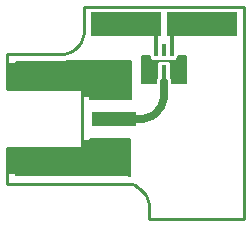
<source format=gtl>
%FSLAX24Y24*%
%MOIN*%
G70*
G01*
G75*
%ADD10C,0.0060*%
%ADD11C,0.0256*%
%ADD12R,0.1496X0.0472*%
%ADD13R,0.2480X0.0866*%
%ADD14R,0.1299X0.1122*%
%ADD15R,0.2362X0.0787*%
%ADD16R,0.0142X0.0394*%
%ADD17C,0.0142*%
%ADD18C,0.0100*%
%ADD19C,0.0260*%
D10*
X396181Y395786D02*
X396287Y395807D01*
X396377Y395867D01*
X396437Y395957D01*
X396458Y396063D01*
X396181Y395786D02*
X396287Y395807D01*
X396377Y395867D01*
X396437Y395957D01*
X396458Y396063D01*
X397795Y395147D02*
X397717Y395156D01*
X397638Y395159D01*
X396458Y398032D02*
X396437Y398137D01*
X396377Y398227D01*
X396287Y398287D01*
X396181Y398308D01*
X396458Y398032D02*
X396437Y398137D01*
X396377Y398227D01*
X396287Y398287D01*
X396181Y398308D01*
X395472Y398936D02*
X395568Y398940D01*
X395663Y398953D01*
X395756Y398974D01*
X398698Y398436D02*
X398656Y398356D01*
X398641Y398268D01*
X399193D02*
X399179Y398356D01*
X399136Y398436D01*
X397760Y396378D02*
X397795Y396342D01*
X397717Y396378D02*
X397795Y396300D01*
X397675Y396378D02*
X397795Y396257D01*
X397632Y396378D02*
X397795Y396215D01*
X397590Y396378D02*
X397795Y396172D01*
X397547Y396378D02*
X397795Y396130D01*
X397505Y396378D02*
X397795Y396088D01*
X397463Y396378D02*
X397795Y396045D01*
X396458Y396378D02*
X397795D01*
X397420D02*
X397795Y396003D01*
X397378Y396378D02*
X397795Y395960D01*
X397335Y396378D02*
X397795Y395918D01*
X397293Y396378D02*
X397795Y395876D01*
X397250Y396378D02*
X397795Y395833D01*
X397208Y396378D02*
X397795Y395791D01*
X397166Y396378D02*
X397795Y395748D01*
X397123Y396378D02*
X397795Y395706D01*
X397081Y396378D02*
X397795Y395663D01*
X397038Y396378D02*
X397795Y395621D01*
X396996Y396378D02*
X397795Y395579D01*
X396953Y396378D02*
X397795Y395536D01*
X396911Y396378D02*
X397795Y395494D01*
Y395147D02*
Y396378D01*
X397780Y395149D02*
X397795Y395165D01*
X396869Y396378D02*
X397795Y395451D01*
X396826Y396378D02*
X397795Y395409D01*
X396784Y396378D02*
X397795Y395366D01*
X396741Y396378D02*
X397795Y395324D01*
X396699Y396378D02*
X397795Y395282D01*
X396656Y396378D02*
X397795Y395239D01*
X396614Y396378D02*
X397795Y395197D01*
X396458Y396076D02*
X396760Y396378D01*
X396458Y396119D02*
X396717Y396378D01*
X396458Y396161D02*
X396675Y396378D01*
X396458Y396203D02*
X396632Y396378D01*
X397110Y395159D02*
X397795Y395844D01*
X397153Y395159D02*
X397795Y395801D01*
X396445Y395978D02*
X396845Y396378D01*
X396456Y396032D02*
X396802Y396378D01*
X396458Y396246D02*
X396590Y396378D01*
X396458Y396288D02*
X396548Y396378D01*
X396458Y396331D02*
X396505Y396378D01*
X396458Y396063D02*
Y396378D01*
X396387Y395878D02*
X396887Y396378D01*
X397702Y395157D02*
X397795Y395250D01*
X397742Y395154D02*
X397795Y395207D01*
X397619Y395159D02*
X397795Y395335D01*
X397662Y395158D02*
X397795Y395292D01*
X397577Y395159D02*
X397795Y395377D01*
X397492Y395159D02*
X397795Y395462D01*
X397535Y395159D02*
X397795Y395419D01*
X397407Y395159D02*
X397795Y395547D01*
X397450Y395159D02*
X397795Y395504D01*
X397322Y395159D02*
X397795Y395632D01*
X397365Y395159D02*
X397795Y395589D01*
X397238Y395159D02*
X397795Y395716D01*
X397280Y395159D02*
X397795Y395674D01*
X397195Y395159D02*
X397795Y395759D01*
X396601Y395159D02*
X397795Y396353D01*
X396644Y395159D02*
X397795Y396310D01*
X396559Y395159D02*
X397778Y396378D01*
X396572D02*
X397795Y395154D01*
X396572Y396378D02*
X397795Y395154D01*
X396529Y396378D02*
X397755Y395152D01*
X396516Y395159D02*
X397736Y396378D01*
X396474Y395159D02*
X397693Y396378D01*
X396487D02*
X397708Y395156D01*
X396432Y395159D02*
X397651Y396378D01*
X396389Y395159D02*
X397608Y396378D01*
X396458Y396364D02*
X397664Y395158D01*
X396347Y395159D02*
X397566Y396378D01*
X396304Y395159D02*
X397523Y396378D01*
X396262Y395159D02*
X397481Y396378D01*
X396219Y395159D02*
X397439Y396378D01*
X397025Y395159D02*
X397795Y395929D01*
X397068Y395159D02*
X397795Y395886D01*
X396941Y395159D02*
X397795Y396013D01*
X396983Y395159D02*
X397795Y395971D01*
X396856Y395159D02*
X397795Y396098D01*
X396898Y395159D02*
X397795Y396056D01*
X396771Y395159D02*
X397795Y396183D01*
X396813Y395159D02*
X397795Y396141D01*
X396686Y395159D02*
X397795Y396268D01*
X396728Y395159D02*
X397795Y396226D01*
X396458Y396322D02*
X397621Y395159D01*
X396458Y396279D02*
X397579Y395159D01*
X396458Y396237D02*
X397536Y395159D01*
X396458Y396195D02*
X397494Y395159D01*
X396458Y396152D02*
X397451Y395159D01*
X396458Y396110D02*
X397409Y395159D01*
X396458Y396067D02*
X397366Y395159D01*
X396456Y396027D02*
X397324Y395159D01*
X396449Y395992D02*
X397282Y395159D01*
X396177D02*
X397396Y396378D01*
X396438Y395960D02*
X397239Y395159D01*
X396424Y395931D02*
X397197Y395159D01*
X396408Y395905D02*
X397154Y395159D01*
X396135D02*
X397354Y396378D01*
X396092Y395159D02*
X397311Y396378D01*
X396050Y395159D02*
X397269Y396378D01*
X396007Y395159D02*
X397226Y396378D01*
X395965Y395159D02*
X397184Y396378D01*
X395922Y395159D02*
X397142Y396378D01*
X395880Y395159D02*
X397099Y396378D01*
X396390Y395881D02*
X397112Y395159D01*
X396369Y395859D02*
X397070Y395159D01*
X396346Y395840D02*
X397027Y395159D01*
X396320Y395823D02*
X396985Y395159D01*
X396292Y395809D02*
X396942Y395159D01*
X396261Y395798D02*
X396900Y395159D01*
X396226Y395790D02*
X396857Y395159D01*
X396187Y395786D02*
X396815Y395159D01*
X396145Y395786D02*
X396773Y395159D01*
X396103Y395786D02*
X396730Y395159D01*
X396060Y395786D02*
X396688Y395159D01*
X396018Y395786D02*
X396645Y395159D01*
X395975Y395786D02*
X396603Y395159D01*
X395933Y395786D02*
X396560Y395159D01*
X395891Y395786D02*
X396518Y395159D01*
X395838D02*
X397057Y396378D01*
X395795Y395159D02*
X397014Y396378D01*
X395848Y395786D02*
X396476Y395159D01*
X395806Y395786D02*
X396433Y395159D01*
X395753D02*
X396972Y396378D01*
X395710Y395159D02*
X396929Y396378D01*
X395763Y395786D02*
X396391Y395159D01*
X395721Y395786D02*
X396348Y395159D01*
X395668D02*
X396366Y395857D01*
X395678Y395786D02*
X396306Y395159D01*
X395636Y395786D02*
X396263Y395159D01*
X393978Y395786D02*
X396181D01*
X395625Y395159D02*
X396266Y395800D01*
X395594Y395786D02*
X396221Y395159D01*
X395583D02*
X396212Y395788D01*
X395551Y395786D02*
X396179Y395159D01*
X395541D02*
X396168Y395786D01*
X395498Y395159D02*
X396126Y395786D01*
X395509D02*
X396136Y395159D01*
X395466Y395786D02*
X396094Y395159D01*
X395456D02*
X396083Y395786D01*
X395424D02*
X396051Y395159D01*
X395413D02*
X396041Y395786D01*
X395381D02*
X396009Y395159D01*
X395371D02*
X395998Y395786D01*
X395339D02*
X395966Y395159D01*
X395328D02*
X395956Y395786D01*
X395286Y395159D02*
X395913Y395786D01*
X395297D02*
X395924Y395159D01*
X395254Y395786D02*
X395882Y395159D01*
X395244D02*
X395871Y395786D01*
X395212D02*
X395839Y395159D01*
X395201D02*
X395829Y395786D01*
X395169D02*
X395797Y395159D01*
X395159D02*
X395786Y395786D01*
X395116Y395159D02*
X395744Y395786D01*
X395127D02*
X395754Y395159D01*
X395074D02*
X395701Y395786D01*
X395084D02*
X395712Y395159D01*
X395042Y395786D02*
X395669Y395159D01*
X395031D02*
X395659Y395786D01*
X395000D02*
X395627Y395159D01*
X394989D02*
X395616Y395786D01*
X394957D02*
X395585Y395159D01*
X394947D02*
X395574Y395786D01*
X394904Y395159D02*
X395532Y395786D01*
X393978Y395378D02*
X394386Y395786D01*
X393978Y395420D02*
X394344Y395786D01*
X393978Y395420D02*
X394344Y395786D01*
X393978Y395463D02*
X394301Y395786D01*
X393978Y395208D02*
X394556Y395786D01*
X393978Y395250D02*
X394513Y395786D01*
X393978Y395293D02*
X394471Y395786D01*
X393978Y395335D02*
X394428Y395786D01*
X393978Y395632D02*
X394132Y395786D01*
X393978Y395675D02*
X394089Y395786D01*
X393978Y395717D02*
X394047Y395786D01*
X393978Y395760D02*
X394004Y395786D01*
X393978Y395505D02*
X394259Y395786D01*
X393978Y395547D02*
X394216Y395786D01*
X393978Y395590D02*
X394174Y395786D01*
X394915D02*
X395542Y395159D01*
X394872Y395786D02*
X395500Y395159D01*
X394862D02*
X395489Y395786D01*
X394830D02*
X395457Y395159D01*
X394819D02*
X395447Y395786D01*
X394788D02*
X395415Y395159D01*
X394777D02*
X395404Y395786D01*
X394734Y395159D02*
X395362Y395786D01*
X394745D02*
X395372Y395159D01*
X394692D02*
X395319Y395786D01*
X394703D02*
X395330Y395159D01*
X394660Y395786D02*
X395288Y395159D01*
X394650D02*
X395277Y395786D01*
X394618D02*
X395245Y395159D01*
X394607D02*
X395235Y395786D01*
X394575D02*
X395203Y395159D01*
X394565D02*
X395192Y395786D01*
X394522Y395159D02*
X395150Y395786D01*
X394533D02*
X395160Y395159D01*
X394491Y395786D02*
X395118Y395159D01*
X394480D02*
X395107Y395786D01*
X394448D02*
X395075Y395159D01*
X394437D02*
X395065Y395786D01*
X394406D02*
X395033Y395159D01*
X394395D02*
X395022Y395786D01*
X394363D02*
X394991Y395159D01*
X394353D02*
X394980Y395786D01*
X394310Y395159D02*
X394938Y395786D01*
X394321D02*
X394948Y395159D01*
X393978D02*
X397638D01*
X394278Y395786D02*
X394906Y395159D01*
X394268D02*
X394895Y395786D01*
X394236D02*
X394863Y395159D01*
X394225D02*
X394853Y395786D01*
X394194D02*
X394821Y395159D01*
X394183D02*
X394810Y395786D01*
X394141Y395159D02*
X394768Y395786D01*
X394151D02*
X394779Y395159D01*
X394098D02*
X394725Y395786D01*
X394109D02*
X394736Y395159D01*
X394066Y395786D02*
X394694Y395159D01*
X394056D02*
X394683Y395786D01*
X394024D02*
X394651Y395159D01*
X394013D02*
X394641Y395786D01*
X393981D02*
X394609Y395159D01*
X393978Y395166D02*
X394598Y395786D01*
X393978Y395747D02*
X394566Y395159D01*
X393978Y395705D02*
X394524Y395159D01*
X393978D02*
Y395786D01*
Y395663D02*
X394482Y395159D01*
X393978Y395620D02*
X394439Y395159D01*
X393978Y395578D02*
X394397Y395159D01*
X393978Y395535D02*
X394354Y395159D01*
X393978Y395493D02*
X394312Y395159D01*
X393978Y395451D02*
X394269Y395159D01*
X393978Y395408D02*
X394227Y395159D01*
X393978Y395366D02*
X394185Y395159D01*
X393978Y395323D02*
X394142Y395159D01*
X393978Y395281D02*
X394100Y395159D01*
X393978Y395238D02*
X394057Y395159D01*
X393978Y395196D02*
X394015Y395159D01*
X397794Y398974D02*
X397810Y398958D01*
X397751Y398974D02*
X397810Y398915D01*
X397709Y398974D02*
X397810Y398873D01*
X397666Y398974D02*
X397810Y398831D01*
X397624Y398974D02*
X397810Y398788D01*
X397581Y398974D02*
X397810Y398746D01*
X397539Y398974D02*
X397810Y398703D01*
X397497Y398974D02*
X397810Y398661D01*
X397454Y398974D02*
X397810Y398618D01*
X397412Y398974D02*
X397810Y398576D01*
X397369Y398974D02*
X397810Y398534D01*
X397327Y398974D02*
X397810Y398491D01*
X397285Y398974D02*
X397810Y398449D01*
X397242Y398974D02*
X397810Y398406D01*
X397200Y398974D02*
X397810Y398364D01*
X397157Y398974D02*
X397810Y398321D01*
X397115Y398974D02*
X397810Y398279D01*
X397072Y398974D02*
X397810Y398237D01*
X397030Y398974D02*
X397810Y398194D01*
X396988Y398974D02*
X397810Y398152D01*
X396945Y398974D02*
X397810Y398109D01*
X396903Y398974D02*
X397810Y398067D01*
Y397714D02*
Y398974D01*
X397799Y397714D02*
X397810Y397725D01*
X396860Y398974D02*
X397810Y398024D01*
X396818Y398974D02*
X397810Y397982D01*
X396775Y398974D02*
X397810Y397940D01*
X396733Y398974D02*
X397810Y397897D01*
X396691Y398974D02*
X397810Y397855D01*
X396648Y398974D02*
X397810Y397812D01*
X396606Y398974D02*
X397810Y397770D01*
X396458Y397943D02*
X397489Y398974D01*
X396458Y397985D02*
X397447Y398974D01*
X396458Y398028D02*
X397404Y398974D01*
X396456Y398068D02*
X397362Y398974D01*
X396458Y397773D02*
X397659Y398974D01*
X396458Y397816D02*
X397617Y398974D01*
X396458Y397858D02*
X397574Y398974D01*
X396458Y397900D02*
X397532Y398974D01*
X396389Y398214D02*
X397150Y398974D01*
X396368Y398235D02*
X397108Y398974D01*
X396345Y398254D02*
X397065Y398974D01*
X396320Y398271D02*
X397023Y398974D01*
X396449Y398103D02*
X397320Y398974D01*
X396438Y398135D02*
X397277Y398974D01*
X396424Y398164D02*
X397235Y398974D01*
X396408Y398190D02*
X397192Y398974D01*
X396260Y398297D02*
X396938Y398974D01*
X396226Y398305D02*
X396895Y398974D01*
X396187Y398308D02*
X396853Y398974D01*
X396145Y398308D02*
X396811Y398974D01*
X396291Y398285D02*
X396980Y398974D01*
X397757Y397714D02*
X397810Y397768D01*
X396102Y398308D02*
X396768Y398974D01*
X396060Y398308D02*
X396726Y398974D01*
X396017Y398308D02*
X396683Y398974D01*
X395975Y398308D02*
X396641Y398974D01*
X395932Y398308D02*
X396598Y398974D01*
X395890Y398308D02*
X396556Y398974D01*
X395848Y398308D02*
X396514Y398974D01*
X397078Y397714D02*
X397810Y398447D01*
X397120Y397714D02*
X397810Y398404D01*
X396993Y397714D02*
X397810Y398531D01*
X397036Y397714D02*
X397810Y398489D01*
X396908Y397714D02*
X397810Y398616D01*
X396951Y397714D02*
X397810Y398574D01*
X396823Y397714D02*
X397810Y398701D01*
X396866Y397714D02*
X397810Y398659D01*
X396739Y397714D02*
X397810Y398786D01*
X396781Y397714D02*
X397810Y398744D01*
X396654Y397714D02*
X397810Y398871D01*
X396696Y397714D02*
X397810Y398828D01*
X396563Y398974D02*
X397810Y397727D01*
X396611Y397714D02*
X397810Y398913D01*
X396563Y398974D02*
X397810Y397727D01*
X396569Y397714D02*
X397810Y398956D01*
X397672Y397714D02*
X397810Y397853D01*
X397714Y397714D02*
X397810Y397810D01*
X397587Y397714D02*
X397810Y397937D01*
X397630Y397714D02*
X397810Y397895D01*
X397502Y397714D02*
X397810Y398022D01*
X397545Y397714D02*
X397810Y397980D01*
X397417Y397714D02*
X397810Y398107D01*
X397460Y397714D02*
X397810Y398065D01*
X397333Y397714D02*
X397810Y398192D01*
X397375Y397714D02*
X397810Y398150D01*
X397248Y397714D02*
X397810Y398277D01*
X397290Y397714D02*
X397810Y398234D01*
X397163Y397714D02*
X397810Y398362D01*
X397205Y397714D02*
X397810Y398319D01*
X396458Y397714D02*
X397810D01*
X396526D02*
X397786Y398974D01*
X396521D02*
X397781Y397714D01*
X396484D02*
X397744Y398974D01*
X396478D02*
X397738Y397714D01*
X396458Y397731D02*
X397701Y398974D01*
X396436D02*
X397696Y397714D01*
X396394Y398974D02*
X397653Y397714D01*
X396351Y398974D02*
X397611Y397714D01*
X396309Y398974D02*
X397569Y397714D01*
X396266Y398974D02*
X397526Y397714D01*
X396224Y398974D02*
X397484Y397714D01*
X396181Y398974D02*
X397441Y397714D01*
X396139Y398974D02*
X397399Y397714D01*
X396097Y398974D02*
X397356Y397714D01*
X396054Y398974D02*
X397314Y397714D01*
X396012Y398974D02*
X397272Y397714D01*
X396444Y398117D02*
X396847Y397714D01*
X396456Y398063D02*
X396805Y397714D01*
X396458Y398019D02*
X396762Y397714D01*
X396458D02*
Y398032D01*
Y397976D02*
X396720Y397714D01*
X396458Y397934D02*
X396678Y397714D01*
X396458Y397892D02*
X396635Y397714D01*
X396458Y397849D02*
X396593Y397714D01*
X395969Y398974D02*
X397229Y397714D01*
X396458Y397807D02*
X396550Y397714D01*
X396458Y397764D02*
X396508Y397714D01*
X396458Y397722D02*
X396465Y397714D01*
X395927Y398974D02*
X397187Y397714D01*
X395884Y398974D02*
X397144Y397714D01*
X395842Y398974D02*
X397102Y397714D01*
X395756Y398974D02*
X397810D01*
X395805Y398308D02*
X396471Y398974D01*
X395763Y398308D02*
X396429Y398974D01*
X395720Y398308D02*
X396386Y398974D01*
X395678Y398308D02*
X396344Y398974D01*
X395635Y398308D02*
X396301Y398974D01*
X395593Y398308D02*
X396259Y398974D01*
X395551Y398308D02*
X396217Y398974D01*
X395508Y398308D02*
X396174Y398974D01*
X395466Y398308D02*
X396132Y398974D01*
X395423Y398308D02*
X396089Y398974D01*
X395381Y398308D02*
X396047Y398974D01*
X395338Y398308D02*
X396004Y398974D01*
X395296Y398308D02*
X395962Y398974D01*
X395254Y398308D02*
X395920Y398974D01*
X395211Y398308D02*
X395877Y398974D01*
X395616Y398946D02*
X396267Y398295D01*
X395578Y398941D02*
X396213Y398307D01*
X395539Y398938D02*
X396169Y398308D01*
X395498Y398936D02*
X396126Y398308D01*
X395456Y398936D02*
X396084Y398308D01*
X395414Y398936D02*
X396041Y398308D01*
X395371Y398936D02*
X395999Y398308D01*
X395329Y398936D02*
X395956Y398308D01*
X395287Y398936D02*
X395914Y398308D01*
X395244Y398936D02*
X395872Y398308D01*
X395202Y398936D02*
X395829Y398308D01*
X395169D02*
X395835Y398974D01*
X395126Y398308D02*
X395792Y398974D01*
X395159Y398936D02*
X395787Y398308D01*
X395084D02*
X395747Y398972D01*
X395117Y398936D02*
X395744Y398308D01*
X395074Y398936D02*
X395702Y398308D01*
X395042D02*
X395692Y398959D01*
X395032Y398936D02*
X395659Y398308D01*
X394999D02*
X395640Y398949D01*
X394990Y398936D02*
X395617Y398308D01*
X394957D02*
X395591Y398942D01*
X394947Y398936D02*
X395575Y398308D01*
X394914D02*
X395544Y398938D01*
X394905Y398936D02*
X395532Y398308D01*
X393978Y398936D02*
X395472D01*
X394872Y398308D02*
X395500Y398936D01*
X394862Y398936D02*
X395490Y398308D01*
X394829D02*
X395457Y398936D01*
X394820D02*
X395447Y398308D01*
X393978Y398475D02*
X394439Y398936D01*
X393978Y398517D02*
X394396Y398936D01*
X393978Y398560D02*
X394354Y398936D01*
X393978Y398602D02*
X394311Y398936D01*
X394787Y398308D02*
X395414Y398936D01*
X393978Y398348D02*
X394566Y398936D01*
X393978Y398390D02*
X394523Y398936D01*
X393978Y398432D02*
X394481Y398936D01*
X393978Y398772D02*
X394142Y398936D01*
X393978Y398814D02*
X394099Y398936D01*
X393978Y398857D02*
X394057Y398936D01*
X393978Y398899D02*
X394014Y398936D01*
X393978Y398645D02*
X394269Y398936D01*
X393978Y398687D02*
X394226Y398936D01*
X393978Y398729D02*
X394184Y398936D01*
X395800Y398974D02*
X397059Y397714D01*
X394777Y398936D02*
X395405Y398308D01*
X394745D02*
X395372Y398936D01*
X394735D02*
X395362Y398308D01*
X395757Y398974D02*
X397017Y397714D01*
X395723Y398966D02*
X396975Y397714D01*
X395689Y398958D02*
X396932Y397714D01*
X395653Y398951D02*
X396890Y397714D01*
X394702Y398308D02*
X395330Y398936D01*
X394693D02*
X395320Y398308D01*
X394660D02*
X395287Y398936D01*
X394650D02*
X395278Y398308D01*
X394617D02*
X395245Y398936D01*
X394608D02*
X395235Y398308D01*
X394575D02*
X395202Y398936D01*
X394565D02*
X395193Y398308D01*
X394532D02*
X395160Y398936D01*
X394523D02*
X395150Y398308D01*
X394490D02*
X395117Y398936D01*
X394480D02*
X395108Y398308D01*
X394448D02*
X395075Y398936D01*
X394438D02*
X395065Y398308D01*
X394405D02*
X395033Y398936D01*
X394396D02*
X395023Y398308D01*
X394363D02*
X394990Y398936D01*
X394353D02*
X394981Y398308D01*
X394320D02*
X394948Y398936D01*
X394311D02*
X394938Y398308D01*
X394278D02*
X394905Y398936D01*
X393978Y398308D02*
X396181D01*
X394278D02*
X394905Y398936D01*
X394268D02*
X394896Y398308D01*
X394235D02*
X394863Y398936D01*
X394226D02*
X394853Y398308D01*
X394193D02*
X394820Y398936D01*
X394184D02*
X394811Y398308D01*
X394141Y398936D02*
X394768Y398308D01*
X394151D02*
X394778Y398936D01*
X394099D02*
X394726Y398308D01*
X394108D02*
X394736Y398936D01*
X394066Y398308D02*
X394693Y398936D01*
X394056D02*
X394684Y398308D01*
X394023D02*
X394651Y398936D01*
X394014D02*
X394641Y398308D01*
X393981D02*
X394608Y398936D01*
X393978Y398308D02*
Y398936D01*
Y398929D02*
X394599Y398308D01*
X393978Y398887D02*
X394556Y398308D01*
X393978Y398845D02*
X394514Y398308D01*
X393978Y398802D02*
X394471Y398308D01*
X393978Y398760D02*
X394429Y398308D01*
X393978Y398717D02*
X394387Y398308D01*
X393978Y398675D02*
X394344Y398308D01*
X393978Y398632D02*
X394302Y398308D01*
X393978Y398590D02*
X394259Y398308D01*
X393978Y398548D02*
X394217Y398308D01*
X393978Y398505D02*
X394174Y398308D01*
X393978Y398463D02*
X394132Y398308D01*
X393978Y398420D02*
X394090Y398308D01*
X393978Y398378D02*
X394047Y398308D01*
X393978Y398335D02*
X394005Y398308D01*
X398189Y398240D02*
X398200Y398228D01*
X398189D02*
X398641D01*
X398189Y398282D02*
X398243Y398228D01*
X398189Y398324D02*
X398285Y398228D01*
X398189Y398367D02*
X398327Y398228D01*
X398189Y398409D02*
X398370Y398228D01*
X398525D02*
X398657Y398360D01*
X398189Y398452D02*
X398412Y398228D01*
X398568D02*
X398644Y398304D01*
X398610Y398228D02*
X398641Y398259D01*
Y398228D02*
Y398268D01*
X398189Y398494D02*
X398455Y398228D01*
X398189Y398536D02*
X398497Y398228D01*
X398189Y398579D02*
X398540Y398228D01*
X398189Y398621D02*
X398582Y398228D01*
X398189Y398664D02*
X398624Y398228D01*
X398189Y398706D02*
X398641Y398254D01*
X398189Y398228D02*
Y399134D01*
Y398749D02*
X398643Y398295D01*
X398189Y398791D02*
X398649Y398331D01*
X398189Y398571D02*
X398604Y398986D01*
X398189Y398834D02*
X398659Y398364D01*
X398189Y398528D02*
X398646Y398986D01*
X398228Y398228D02*
X398698Y398698D01*
X398313Y398228D02*
X398698Y398614D01*
X398271Y398228D02*
X398698Y398656D01*
X398356Y398228D02*
X398698Y398571D01*
X398189Y398231D02*
X398698Y398741D01*
X398189Y398231D02*
X398698Y398741D01*
X398398Y398228D02*
X398698Y398529D01*
X398483Y398228D02*
X398698Y398444D01*
X398440Y398228D02*
X398698Y398486D01*
Y398436D02*
Y398622D01*
Y398436D02*
Y398622D01*
X398189Y398274D02*
X398698Y398783D01*
X398189Y398316D02*
X398698Y398826D01*
X398189Y398359D02*
X398698Y398868D01*
X398189Y398876D02*
X398672Y398393D01*
X398189Y398918D02*
X398687Y398420D01*
X398189Y398401D02*
X398698Y398910D01*
X398189Y398444D02*
X398698Y398953D01*
X398189Y398961D02*
X398698Y398451D01*
X398189Y398486D02*
X398689Y398986D01*
X398189Y399003D02*
X398698Y398494D01*
X398189Y399046D02*
X398698Y398536D01*
X398189Y399088D02*
X398698Y398579D01*
X398189Y398656D02*
X398519Y398986D01*
X398189Y398613D02*
X398561Y398986D01*
X398189Y398741D02*
X398438Y398990D01*
X398189Y398698D02*
X398477Y398986D01*
X398189Y398783D02*
X398438Y399032D01*
X398189Y398825D02*
X398438Y399075D01*
X398698Y398622D02*
Y398967D01*
X398438Y399008D02*
X398461Y398986D01*
X398189Y399122D02*
X398200Y399134D01*
X398438Y399051D02*
X398503Y398986D01*
X398189Y399080D02*
X398243Y399134D01*
X398189Y398953D02*
X398370Y399134D01*
X398189Y398910D02*
X398413Y399134D01*
X398189Y398868D02*
X398438Y399117D01*
X398189Y399038D02*
X398285Y399134D01*
X398189Y398995D02*
X398328Y399134D01*
X398189D02*
X398438D01*
Y398986D02*
Y399134D01*
X398189Y399130D02*
X398698Y398621D01*
X398228Y399134D02*
X398698Y398664D01*
X398313Y399134D02*
X398438Y399008D01*
X398355Y399134D02*
X398438Y399051D01*
X398398Y399134D02*
X398438Y399093D01*
X398461Y398986D02*
X398698Y398748D01*
X398503Y398986D02*
X398698Y398791D01*
X398546Y398986D02*
X398698Y398833D01*
X398588Y398986D02*
X398698Y398876D01*
X398631Y398986D02*
X398698Y398918D01*
X398438Y398986D02*
X398698D01*
X398673D02*
X398698Y398961D01*
Y398953D02*
X398712Y398967D01*
X398698Y398910D02*
X398755Y398967D01*
X398712D02*
X398731Y398986D01*
X398716D02*
X398734Y398967D01*
X398755D02*
X398774Y398986D01*
X398270Y399134D02*
X398698Y398706D01*
Y398986D02*
X398876D01*
X398698D02*
X398876D01*
X398758D02*
X398777Y398967D01*
X398797D02*
X398816Y398986D01*
X398698Y398967D02*
X399136D01*
X398800Y398986D02*
X398819Y398967D01*
X398840D02*
X398858Y398986D01*
X398843D02*
X398862Y398967D01*
X398885Y398986D02*
X398904Y398967D01*
X398885Y398986D02*
X398904Y398967D01*
X398876Y398986D02*
X398958D01*
X399136Y398438D02*
X399346Y398228D01*
X399136Y398480D02*
X399388Y398228D01*
X399193D02*
X399646D01*
X399136Y398523D02*
X399431Y398228D01*
X399193D02*
Y398268D01*
Y398253D02*
X399218Y398228D01*
X399192Y398297D02*
X399261Y398228D01*
X399180Y398351D02*
X399303Y398228D01*
X399416D02*
X399646Y398458D01*
X399374Y398228D02*
X399646Y398500D01*
X399136Y398565D02*
X399473Y398228D01*
X399136Y398607D02*
X399515Y398228D01*
X399136Y398650D02*
X399558Y398228D01*
X399136Y398436D02*
Y398622D01*
Y398436D02*
Y398622D01*
Y398692D02*
X399600Y398228D01*
X399136Y398735D02*
X399643Y398228D01*
X399204D02*
X399646Y398670D01*
X399136Y398735D02*
X399643Y398228D01*
X399247D02*
X399646Y398627D01*
X399331Y398228D02*
X399646Y398543D01*
X399289Y398228D02*
X399646Y398585D01*
X399136Y398777D02*
X399646Y398268D01*
X399193Y398260D02*
X399646Y398712D01*
X399136Y398820D02*
X399646Y398310D01*
X399191Y398300D02*
X399646Y398755D01*
X399174Y398368D02*
X399646Y398840D01*
X399136Y398862D02*
X399646Y398353D01*
X399459Y398228D02*
X399646Y398415D01*
X399544Y398228D02*
X399646Y398330D01*
X399501Y398228D02*
X399646Y398373D01*
X399586Y398228D02*
X399646Y398288D01*
X399628Y398228D02*
X399646Y398246D01*
X399185Y398336D02*
X399646Y398797D01*
X399136Y398904D02*
X399646Y398395D01*
X399136Y398947D02*
X399646Y398437D01*
X399136Y398457D02*
X399646Y398967D01*
X399140Y398986D02*
X399646Y398480D01*
X399136Y398500D02*
X399646Y399009D01*
X399136Y398542D02*
X399646Y399052D01*
Y398228D02*
Y399134D01*
X399161Y398397D02*
X399646Y398882D01*
X399145Y398424D02*
X399646Y398924D01*
X399182Y398986D02*
X399646Y398522D01*
X399225Y398986D02*
X399646Y398565D01*
X399136Y398585D02*
X399646Y399094D01*
X398882Y398967D02*
X398901Y398986D01*
X398928D02*
X398946Y398967D01*
X398925D02*
X398943Y398986D01*
X398925Y398967D02*
X398943Y398986D01*
X398970D02*
X398989Y398967D01*
X398967D02*
X398986Y398986D01*
X399013D02*
X399031Y398967D01*
X399009D02*
X399028Y398986D01*
X399052Y398967D02*
X399071Y398986D01*
X399055D02*
X399074Y398967D01*
X399094D02*
X399113Y398986D01*
X399136Y398622D02*
Y398967D01*
X399074D02*
X399136Y398904D01*
X399116Y398967D02*
X399136Y398947D01*
X398958Y398986D02*
X399136D01*
X398958D02*
X399136D01*
X399097D02*
X399116Y398967D01*
X399136Y398839D02*
X399283Y398986D01*
X399136Y398797D02*
X399325Y398986D01*
X399136Y398754D02*
X399368Y398986D01*
X399136Y398967D02*
X399155Y398986D01*
X399136Y398924D02*
X399198Y398986D01*
X399136Y398882D02*
X399240Y398986D01*
X399267D02*
X399646Y398607D01*
X399310Y398986D02*
X399646Y398650D01*
X399352Y398986D02*
X399646Y398692D01*
X399136Y398986D02*
X399396D01*
X399368D02*
X399396Y399014D01*
X399325Y398986D02*
X399396Y399057D01*
X399394Y398986D02*
X399646Y398734D01*
X399396Y399026D02*
X399646Y398777D01*
X399396Y399069D02*
X399646Y398819D01*
X399396Y398986D02*
Y399134D01*
Y399111D02*
X399646Y398862D01*
X399396Y399099D02*
X399431Y399134D01*
X399136Y398712D02*
X399558Y399134D01*
X399136Y398670D02*
X399601Y399134D01*
X399136Y398627D02*
X399643Y399134D01*
X399396Y399057D02*
X399473Y399134D01*
X399396Y399014D02*
X399516Y399134D01*
X399416D02*
X399646Y398904D01*
X399458Y399134D02*
X399646Y398947D01*
X399501Y399134D02*
X399646Y398989D01*
X399543Y399134D02*
X399646Y399031D01*
X399586Y399134D02*
X399646Y399074D01*
X399396Y399134D02*
X399646D01*
X399628D02*
X399646Y399116D01*
D11*
X398130Y397047D02*
X398233Y397054D01*
X398334Y397074D01*
X398431Y397107D01*
X398524Y397153D01*
X398609Y397210D01*
X398687Y397278D01*
X398755Y397355D01*
X398812Y397441D01*
X398857Y397533D01*
X398890Y397631D01*
X398911Y397732D01*
X398917Y397835D01*
X397244Y397047D02*
X398130D01*
X398917Y397835D02*
Y398268D01*
D12*
X397244Y397047D02*
D03*
D13*
X394941Y398465D02*
D03*
X394941Y395630D02*
D03*
D14*
X396831Y398337D02*
D03*
Y395758D02*
D03*
D15*
X397638Y400197D02*
D03*
X400197D02*
D03*
D16*
X399177Y398622D02*
D03*
X398657D02*
D03*
X398917D02*
D03*
X399177Y399331D02*
D03*
X398657D02*
D03*
X398917D02*
D03*
D17*
Y398268D02*
Y398622D01*
X398657Y399331D02*
Y399917D01*
X399177Y399331D02*
Y399917D01*
D18*
X398425Y394095D02*
X398418Y394197D01*
X398398Y394298D01*
X398365Y394396D01*
X398320Y394488D01*
X398262Y394574D01*
X398195Y394651D01*
X398117Y394719D01*
X398032Y394776D01*
X397939Y394822D01*
X397842Y394855D01*
X397741Y394875D01*
X397638Y394882D01*
X395472Y399213D02*
X395575Y399219D01*
X395676Y399239D01*
X395774Y399273D01*
X395866Y399318D01*
X395952Y399375D01*
X396029Y399443D01*
X396097Y399521D01*
X396154Y399606D01*
X396200Y399699D01*
X396233Y399796D01*
X396253Y399897D01*
X396260Y400000D01*
X393701Y394882D02*
X397638D01*
X398425Y393701D02*
Y394095D01*
X393701Y399213D02*
X395472D01*
X393701Y398032D02*
X396181D01*
X393701Y396063D02*
X396181D01*
X393701Y398032D02*
Y399213D01*
Y394882D02*
Y396063D01*
X396181D02*
Y398032D01*
X398425Y393701D02*
X401575D01*
Y400787D01*
X396260D02*
X401575D01*
X396260Y400000D02*
Y400787D01*
D19*
X398346Y398386D02*
D03*
Y398976D02*
D03*
X399488Y398386D02*
D03*
Y398976D02*
D03*
X397638Y398701D02*
D03*
Y398346D02*
D03*
Y397992D02*
D03*
Y395394D02*
D03*
Y395748D02*
D03*
Y396102D02*
D03*
M02*

</source>
